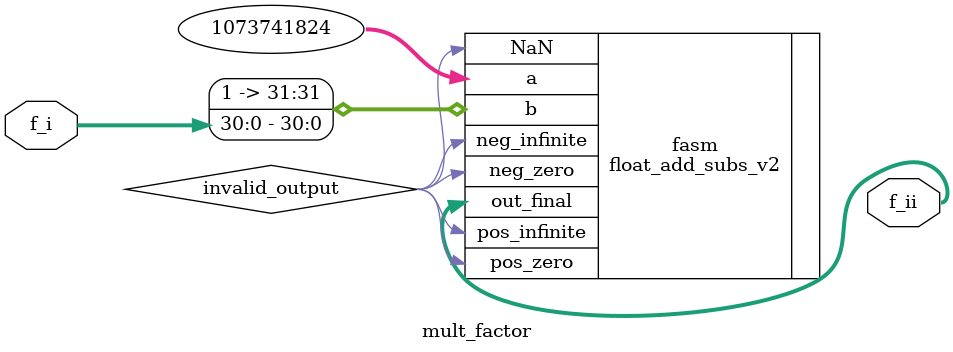
<source format=v>
module mult_factor(
                   input [31:0] f_i,                  
                   output [31:0] f_ii);

//wire [31:0] f1;
///assign f1 = f_i;
// finding fi = 2 - di( or denominator_inRange)
wire invalid_output;
float_add_subs_v2 fasm( 
                  .a(32'b0_1000000_00000000_00000000_00000000), // 2 in float
                  .b({1'b1,f_i[30:0]}),
                  .NaN(invalid_output),
                  .neg_infinite(invalid_output),
                  .pos_infinite(invalid_output),
                  .pos_zero(invalid_output),
                  .neg_zero(invalid_output),
                  .out_final(f_ii));
endmodule

</source>
